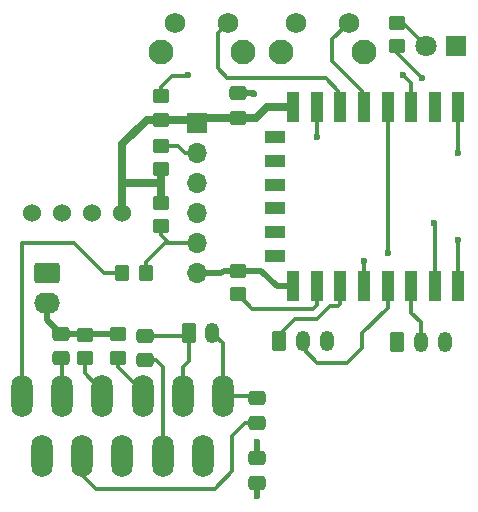
<source format=gbr>
%TF.GenerationSoftware,KiCad,Pcbnew,7.0.7-7.0.7~ubuntu22.04.1*%
%TF.CreationDate,2023-09-11T18:28:41+01:00*%
%TF.ProjectId,Blinder,426c696e-6465-4722-9e6b-696361645f70,rev?*%
%TF.SameCoordinates,Original*%
%TF.FileFunction,Copper,L1,Top*%
%TF.FilePolarity,Positive*%
%FSLAX46Y46*%
G04 Gerber Fmt 4.6, Leading zero omitted, Abs format (unit mm)*
G04 Created by KiCad (PCBNEW 7.0.7-7.0.7~ubuntu22.04.1) date 2023-09-11 18:28:41*
%MOMM*%
%LPD*%
G01*
G04 APERTURE LIST*
G04 Aperture macros list*
%AMRoundRect*
0 Rectangle with rounded corners*
0 $1 Rounding radius*
0 $2 $3 $4 $5 $6 $7 $8 $9 X,Y pos of 4 corners*
0 Add a 4 corners polygon primitive as box body*
4,1,4,$2,$3,$4,$5,$6,$7,$8,$9,$2,$3,0*
0 Add four circle primitives for the rounded corners*
1,1,$1+$1,$2,$3*
1,1,$1+$1,$4,$5*
1,1,$1+$1,$6,$7*
1,1,$1+$1,$8,$9*
0 Add four rect primitives between the rounded corners*
20,1,$1+$1,$2,$3,$4,$5,0*
20,1,$1+$1,$4,$5,$6,$7,0*
20,1,$1+$1,$6,$7,$8,$9,0*
20,1,$1+$1,$8,$9,$2,$3,0*%
G04 Aperture macros list end*
%TA.AperFunction,ComponentPad*%
%ADD10R,1.800000X1.800000*%
%TD*%
%TA.AperFunction,ComponentPad*%
%ADD11C,1.800000*%
%TD*%
%TA.AperFunction,SMDPad,CuDef*%
%ADD12R,1.000000X2.500000*%
%TD*%
%TA.AperFunction,SMDPad,CuDef*%
%ADD13R,1.800000X1.000000*%
%TD*%
%TA.AperFunction,ComponentPad*%
%ADD14O,1.800000X3.600000*%
%TD*%
%TA.AperFunction,ComponentPad*%
%ADD15RoundRect,0.250000X-0.350000X-0.625000X0.350000X-0.625000X0.350000X0.625000X-0.350000X0.625000X0*%
%TD*%
%TA.AperFunction,ComponentPad*%
%ADD16O,1.200000X1.750000*%
%TD*%
%TA.AperFunction,ComponentPad*%
%ADD17C,2.100000*%
%TD*%
%TA.AperFunction,ComponentPad*%
%ADD18C,1.750000*%
%TD*%
%TA.AperFunction,SMDPad,CuDef*%
%ADD19RoundRect,0.250000X0.450000X-0.350000X0.450000X0.350000X-0.450000X0.350000X-0.450000X-0.350000X0*%
%TD*%
%TA.AperFunction,SMDPad,CuDef*%
%ADD20RoundRect,0.250000X-0.475000X0.337500X-0.475000X-0.337500X0.475000X-0.337500X0.475000X0.337500X0*%
%TD*%
%TA.AperFunction,ComponentPad*%
%ADD21O,1.700000X1.700000*%
%TD*%
%TA.AperFunction,ComponentPad*%
%ADD22R,1.700000X1.700000*%
%TD*%
%TA.AperFunction,SMDPad,CuDef*%
%ADD23RoundRect,0.250000X0.475000X-0.337500X0.475000X0.337500X-0.475000X0.337500X-0.475000X-0.337500X0*%
%TD*%
%TA.AperFunction,ComponentPad*%
%ADD24O,2.190000X1.740000*%
%TD*%
%TA.AperFunction,ComponentPad*%
%ADD25RoundRect,0.250000X-0.845000X0.620000X-0.845000X-0.620000X0.845000X-0.620000X0.845000X0.620000X0*%
%TD*%
%TA.AperFunction,SMDPad,CuDef*%
%ADD26RoundRect,0.250000X-0.450000X0.350000X-0.450000X-0.350000X0.450000X-0.350000X0.450000X0.350000X0*%
%TD*%
%TA.AperFunction,ComponentPad*%
%ADD27C,1.524000*%
%TD*%
%TA.AperFunction,SMDPad,CuDef*%
%ADD28RoundRect,0.250000X0.350000X0.450000X-0.350000X0.450000X-0.350000X-0.450000X0.350000X-0.450000X0*%
%TD*%
%TA.AperFunction,ViaPad*%
%ADD29C,0.600000*%
%TD*%
%TA.AperFunction,Conductor*%
%ADD30C,0.300000*%
%TD*%
%TA.AperFunction,Conductor*%
%ADD31C,0.200000*%
%TD*%
%TA.AperFunction,Conductor*%
%ADD32C,0.700000*%
%TD*%
%TA.AperFunction,Conductor*%
%ADD33C,0.500000*%
%TD*%
G04 APERTURE END LIST*
D10*
%TO.P,D1,1,K*%
%TO.N,GND*%
X74000000Y-24000000D03*
D11*
%TO.P,D1,2,A*%
%TO.N,Net-(D1-A)*%
X71460000Y-24000000D03*
%TD*%
D12*
%TO.P,U2,22,GPIO1/TXD*%
%TO.N,/RXD*%
X74168000Y-44323000D03*
%TO.P,U2,21,GPIO3/RXD*%
%TO.N,/TXD*%
X72168000Y-44323000D03*
%TO.P,U2,20,GPIO5*%
%TO.N,/GO UP*%
X70168000Y-44323000D03*
%TO.P,U2,19,GPIO4*%
%TO.N,/GO DOWN*%
X68168000Y-44323000D03*
%TO.P,U2,18,GPIO0*%
%TO.N,Net-(IC1-ENABLE)*%
X66168000Y-44323000D03*
%TO.P,U2,17,GPIO2*%
%TO.N,/~{CLOSED}*%
X64168000Y-44323000D03*
%TO.P,U2,16,GPIO15*%
%TO.N,Net-(U2-GPIO15)*%
X62168000Y-44323000D03*
%TO.P,U2,15,GND*%
%TO.N,GND*%
X60168000Y-44323000D03*
D13*
%TO.P,U2,14,SCLK*%
%TO.N,unconnected-(U2-SCLK-Pad14)*%
X58668000Y-41723000D03*
%TO.P,U2,13,MOSI*%
%TO.N,unconnected-(U2-MOSI-Pad13)*%
X58668000Y-39723000D03*
%TO.P,U2,12,GPIO10*%
%TO.N,unconnected-(U2-GPIO10-Pad12)*%
X58668000Y-37723000D03*
%TO.P,U2,11,GPIO9*%
%TO.N,unconnected-(U2-GPIO9-Pad11)*%
X58668000Y-35723000D03*
%TO.P,U2,10,MISO*%
%TO.N,unconnected-(U2-MISO-Pad10)*%
X58668000Y-33723000D03*
%TO.P,U2,9,CS0*%
%TO.N,unconnected-(U2-CS0-Pad9)*%
X58668000Y-31723000D03*
D12*
%TO.P,U2,8,VCC*%
%TO.N,/3V3*%
X60168000Y-29123000D03*
%TO.P,U2,7,GPIO13*%
%TO.N,Net-(U2-GPIO13)*%
X62168000Y-29123000D03*
%TO.P,U2,6,GPIO12*%
%TO.N,Net-(U2-GPIO12)*%
X64168000Y-29123000D03*
%TO.P,U2,5,GPIO14*%
%TO.N,Net-(U2-GPIO14)*%
X66168000Y-29123000D03*
%TO.P,U2,4,GPIO16*%
%TO.N,/~{OPEN}*%
X68168000Y-29123000D03*
%TO.P,U2,3,EN*%
%TO.N,Net-(U2-EN)*%
X70168000Y-29123000D03*
%TO.P,U2,2,ADC*%
%TO.N,unconnected-(U2-ADC-Pad2)*%
X72168000Y-29123000D03*
%TO.P,U2,1,~{RST}*%
%TO.N,/RTS*%
X74168000Y-29123000D03*
%TD*%
D14*
%TO.P,IC1,11,ENABLE*%
%TO.N,Net-(IC1-ENABLE)*%
X37220000Y-53650000D03*
%TO.P,IC1,10,SENSE*%
%TO.N,GND*%
X38920000Y-58730000D03*
%TO.P,IC1,9,VREF*%
%TO.N,Net-(IC1-VREF)*%
X40620000Y-53650000D03*
%TO.P,IC1,8,CBOOT2*%
%TO.N,Net-(IC1-CBOOT2)*%
X42320000Y-58730000D03*
%TO.P,IC1,7,IN2*%
%TO.N,Net-(IC1-IN2)*%
X44020000Y-53650000D03*
%TO.P,IC1,6*%
%TO.N,GND*%
X45720000Y-58730000D03*
%TO.P,IC1,5,IN1*%
%TO.N,Net-(IC1-IN1)*%
X47420000Y-53650000D03*
%TO.P,IC1,4,CBOOT1*%
%TO.N,Net-(IC1-CBOOT1)*%
X49120000Y-58730000D03*
%TO.P,IC1,3,OUT1*%
%TO.N,Net-(IC1-OUT1)*%
X50820000Y-53650000D03*
%TO.P,IC1,2*%
%TO.N,/12V*%
X52520000Y-58730000D03*
%TO.P,IC1,1,OUT2*%
%TO.N,Net-(IC1-OUT2)*%
X54220000Y-53650000D03*
%TD*%
D15*
%TO.P,J5,1,Pin_1*%
%TO.N,Net-(IC1-OUT1)*%
X51340000Y-48260000D03*
D16*
%TO.P,J5,2,Pin_2*%
%TO.N,Net-(IC1-OUT2)*%
X53340000Y-48260000D03*
%TD*%
D17*
%TO.P,SW2,*%
%TO.N,*%
X48950000Y-24490000D03*
X55960000Y-24490000D03*
D18*
%TO.P,SW2,1,1*%
%TO.N,GND*%
X50200000Y-22000000D03*
%TO.P,SW2,2,2*%
%TO.N,Net-(U2-GPIO12)*%
X54700000Y-22000000D03*
%TD*%
D19*
%TO.P,R8,2*%
%TO.N,GND*%
X42545000Y-48419000D03*
%TO.P,R8,1*%
%TO.N,Net-(IC1-IN2)*%
X42545000Y-50419000D03*
%TD*%
D20*
%TO.P,C5,1*%
%TO.N,Net-(IC1-OUT2)*%
X57150000Y-53805000D03*
%TO.P,C5,2*%
%TO.N,Net-(IC1-CBOOT2)*%
X57150000Y-55880000D03*
%TD*%
D16*
%TO.P,J3,3,Pin_3*%
%TO.N,Net-(IC1-IN1)*%
X63000000Y-48980000D03*
%TO.P,J3,2,Pin_2*%
%TO.N,/GO DOWN*%
X61000000Y-48980000D03*
D15*
%TO.P,J3,1,Pin_1*%
%TO.N,/~{CLOSED}*%
X59000000Y-48980000D03*
%TD*%
D19*
%TO.P,R1,2*%
%TO.N,/RTS*%
X49022000Y-32417000D03*
%TO.P,R1,1*%
%TO.N,/3V3*%
X49022000Y-34417000D03*
%TD*%
D21*
%TO.P,J2,6,Pin_6*%
%TO.N,GND*%
X52000000Y-43180000D03*
%TO.P,J2,5,Pin_5*%
%TO.N,/DTR*%
X52000000Y-40640000D03*
%TO.P,J2,4,Pin_4*%
%TO.N,/RXD*%
X52000000Y-38100000D03*
%TO.P,J2,3,Pin_3*%
%TO.N,/TXD*%
X52000000Y-35560000D03*
%TO.P,J2,2,Pin_2*%
%TO.N,/RTS*%
X52000000Y-33020000D03*
D22*
%TO.P,J2,1,Pin_1*%
%TO.N,/3V3*%
X52000000Y-30480000D03*
%TD*%
D23*
%TO.P,C2,1*%
%TO.N,Net-(IC1-VREF)*%
X40513000Y-50419000D03*
%TO.P,C2,2*%
%TO.N,GND*%
X40513000Y-48344000D03*
%TD*%
D16*
%TO.P,J4,3,Pin_3*%
%TO.N,Net-(IC1-IN2)*%
X73000000Y-49000000D03*
%TO.P,J4,2,Pin_2*%
%TO.N,/GO UP*%
X71000000Y-49000000D03*
D15*
%TO.P,J4,1,Pin_1*%
%TO.N,/~{OPEN}*%
X69000000Y-49000000D03*
%TD*%
D24*
%TO.P,J1,2,Pin_2*%
%TO.N,GND*%
X39370000Y-45720000D03*
D25*
%TO.P,J1,1,Pin_1*%
%TO.N,/12V*%
X39370000Y-43180000D03*
%TD*%
D26*
%TO.P,R3,2*%
%TO.N,/DTR*%
X49022000Y-39243000D03*
%TO.P,R3,1*%
%TO.N,/3V3*%
X49022000Y-37243000D03*
%TD*%
D27*
%TO.P,U1,1,EN*%
%TO.N,unconnected-(U1-EN-Pad1)*%
X38100000Y-38100000D03*
%TO.P,U1,2,IN+*%
%TO.N,/12V*%
X40640000Y-38100000D03*
%TO.P,U1,3,GND*%
%TO.N,GND*%
X43180000Y-38100000D03*
%TO.P,U1,4,VO+*%
%TO.N,/3V3*%
X45720000Y-38100000D03*
%TD*%
D23*
%TO.P,C1,1*%
%TO.N,/3V3*%
X55500000Y-30075000D03*
%TO.P,C1,2*%
%TO.N,GND*%
X55500000Y-28000000D03*
%TD*%
D19*
%TO.P,R2,2*%
%TO.N,Net-(U2-EN)*%
X49000000Y-28210000D03*
%TO.P,R2,1*%
%TO.N,/3V3*%
X49000000Y-30210000D03*
%TD*%
D23*
%TO.P,C4,1*%
%TO.N,Net-(IC1-CBOOT1)*%
X47625000Y-50567500D03*
%TO.P,C4,2*%
%TO.N,Net-(IC1-OUT1)*%
X47625000Y-48492500D03*
%TD*%
D20*
%TO.P,C3,1*%
%TO.N,/12V*%
X57150000Y-58885000D03*
%TO.P,C3,2*%
%TO.N,GND*%
X57150000Y-60960000D03*
%TD*%
D19*
%TO.P,R5,1*%
%TO.N,Net-(U2-GPIO15)*%
X55500000Y-45000000D03*
%TO.P,R5,2*%
%TO.N,GND*%
X55500000Y-43000000D03*
%TD*%
D28*
%TO.P,R4,1*%
%TO.N,/DTR*%
X47720000Y-43180000D03*
%TO.P,R4,2*%
%TO.N,Net-(IC1-ENABLE)*%
X45720000Y-43180000D03*
%TD*%
D19*
%TO.P,R7,2*%
%TO.N,GND*%
X45339000Y-48403000D03*
%TO.P,R7,1*%
%TO.N,Net-(IC1-IN1)*%
X45339000Y-50403000D03*
%TD*%
%TO.P,R6,2*%
%TO.N,Net-(D1-A)*%
X69000000Y-22000000D03*
%TO.P,R6,1*%
%TO.N,Net-(U2-GPIO13)*%
X69000000Y-24000000D03*
%TD*%
D18*
%TO.P,SW1,2,2*%
%TO.N,Net-(U2-GPIO14)*%
X64894220Y-22001721D03*
%TO.P,SW1,1,1*%
%TO.N,GND*%
X60394220Y-22001721D03*
D17*
%TO.P,SW1,*%
%TO.N,*%
X66154220Y-24491721D03*
X59144220Y-24491721D03*
%TD*%
D29*
%TO.N,Net-(U2-GPIO13)*%
X71120000Y-26670000D03*
X62168000Y-31688000D03*
%TO.N,Net-(U2-EN)*%
X51308000Y-26416000D03*
X69469000Y-26451500D03*
%TO.N,/RTS*%
X74168000Y-33020000D03*
%TO.N,Net-(IC1-ENABLE)*%
X66167000Y-42164000D03*
%TO.N,/TXD*%
X72136000Y-38989000D03*
%TO.N,/RXD*%
X74168000Y-40386000D03*
%TO.N,GND*%
X56896000Y-28067000D03*
%TO.N,/~{OPEN}*%
X68199000Y-41529000D03*
%TO.N,/12V*%
X57150000Y-57531000D03*
%TO.N,GND*%
X57150000Y-62103000D03*
%TD*%
D30*
%TO.N,Net-(U2-GPIO14)*%
X63500000Y-25273000D02*
X63500000Y-23395941D01*
X66000000Y-27773000D02*
X63500000Y-25273000D01*
X66000000Y-29250000D02*
X66000000Y-27773000D01*
X63500000Y-23395941D02*
X64894220Y-22001721D01*
%TO.N,Net-(U2-GPIO12)*%
X53825001Y-25885001D02*
X54610000Y-26670000D01*
X53825001Y-22874999D02*
X53825001Y-25885001D01*
X54700000Y-22000000D02*
X53825001Y-22874999D01*
X62920000Y-26670000D02*
X64000000Y-27750000D01*
X54610000Y-26670000D02*
X62920000Y-26670000D01*
%TO.N,Net-(U2-GPIO13)*%
X71120000Y-26670000D02*
X69000000Y-24550000D01*
X69000000Y-24550000D02*
X69000000Y-24000000D01*
X62168000Y-29123000D02*
X62168000Y-31688000D01*
X62230000Y-31750000D02*
X62168000Y-31688000D01*
%TO.N,Net-(D1-A)*%
X69000000Y-22000000D02*
X69460000Y-22000000D01*
X69460000Y-22000000D02*
X71460000Y-24000000D01*
%TO.N,/GO DOWN*%
X68168000Y-44323000D02*
X68168000Y-46132000D01*
X66040000Y-48260000D02*
X66040000Y-49530000D01*
X68168000Y-46132000D02*
X66040000Y-48260000D01*
X66040000Y-49530000D02*
X64770000Y-50800000D01*
X62230000Y-50800000D02*
X61000000Y-49570000D01*
X64770000Y-50800000D02*
X62230000Y-50800000D01*
X61000000Y-49570000D02*
X61000000Y-48980000D01*
%TO.N,/~{CLOSED}*%
X64168000Y-44323000D02*
X64168000Y-45832000D01*
X64168000Y-45832000D02*
X64000000Y-46000000D01*
X64000000Y-46000000D02*
X63272894Y-46000000D01*
X63272894Y-46000000D02*
X62155894Y-47117000D01*
X59000000Y-48442000D02*
X59000000Y-48980000D01*
X62155894Y-47117000D02*
X60325000Y-47117000D01*
X60325000Y-47117000D02*
X59000000Y-48442000D01*
%TO.N,Net-(U2-EN)*%
X70168000Y-29123000D02*
X70168000Y-27150500D01*
X70168000Y-27150500D02*
X69469000Y-26451500D01*
%TO.N,Net-(IC1-CBOOT2)*%
X57150000Y-55880000D02*
X56120000Y-55880000D01*
X56120000Y-55880000D02*
X55000000Y-57000000D01*
X55000000Y-57000000D02*
X55000000Y-60000000D01*
X42320000Y-60320000D02*
X42320000Y-58730000D01*
X55000000Y-60000000D02*
X53532000Y-61468000D01*
X53532000Y-61468000D02*
X43468000Y-61468000D01*
X43468000Y-61468000D02*
X42320000Y-60320000D01*
%TO.N,Net-(IC1-CBOOT1)*%
X47625000Y-50567500D02*
X48567500Y-50567500D01*
X48567500Y-50567500D02*
X49120000Y-51120000D01*
X49120000Y-51120000D02*
X49120000Y-58730000D01*
%TO.N,Net-(IC1-OUT1)*%
X51340000Y-48260000D02*
X51340000Y-50660000D01*
X51340000Y-50660000D02*
X50820000Y-51180000D01*
X50820000Y-51180000D02*
X50820000Y-53650000D01*
%TO.N,Net-(IC1-IN1)*%
X45339000Y-50403000D02*
X45339000Y-51181000D01*
X45339000Y-51181000D02*
X47420000Y-53262000D01*
X47420000Y-53262000D02*
X47420000Y-53650000D01*
D31*
%TO.N,Net-(IC1-VREF)*%
X40513000Y-50419000D02*
X40620000Y-50526000D01*
D30*
X40620000Y-50526000D02*
X40620000Y-53650000D01*
%TO.N,Net-(IC1-ENABLE)*%
X45720000Y-43180000D02*
X44180000Y-43180000D01*
X44180000Y-43180000D02*
X41640000Y-40640000D01*
X41640000Y-40640000D02*
X37211000Y-40640000D01*
X37211000Y-40640000D02*
X37220000Y-40649000D01*
X37220000Y-40649000D02*
X37220000Y-53650000D01*
%TO.N,/DTR*%
X52000000Y-40640000D02*
X49310000Y-40640000D01*
X49310000Y-40640000D02*
X47720000Y-42230000D01*
X47720000Y-42230000D02*
X47720000Y-43180000D01*
X49022000Y-39243000D02*
X49000000Y-39265000D01*
X49000000Y-39265000D02*
X49000000Y-40000000D01*
X49000000Y-40000000D02*
X49640000Y-40640000D01*
X49640000Y-40640000D02*
X52000000Y-40640000D01*
%TO.N,Net-(U2-GPIO12)*%
X64000000Y-27750000D02*
X64000000Y-29250000D01*
D32*
%TO.N,/3V3*%
X55524000Y-30099000D02*
X57000000Y-30099000D01*
X60168000Y-29123000D02*
X57976000Y-29123000D01*
X57976000Y-29123000D02*
X57000000Y-30099000D01*
X55500000Y-30075000D02*
X52405000Y-30075000D01*
X52405000Y-30075000D02*
X52000000Y-30480000D01*
X49000000Y-30210000D02*
X51730000Y-30210000D01*
X51730000Y-30210000D02*
X52000000Y-30480000D01*
X49000000Y-30210000D02*
X47790000Y-30210000D01*
X47790000Y-30210000D02*
X45720000Y-32280000D01*
X45720000Y-32280000D02*
X45720000Y-35687000D01*
D30*
%TO.N,/RTS*%
X49022000Y-32417000D02*
X50417000Y-32417000D01*
X50417000Y-32417000D02*
X51020000Y-33020000D01*
X51020000Y-33020000D02*
X52000000Y-33020000D01*
D32*
%TO.N,/3V3*%
X49000000Y-35560000D02*
X49000000Y-37221000D01*
X49000000Y-37221000D02*
X49022000Y-37243000D01*
X49000000Y-35560000D02*
X49000000Y-34439000D01*
X49000000Y-34439000D02*
X49022000Y-34417000D01*
D30*
%TO.N,Net-(U2-EN)*%
X51181000Y-26543000D02*
X49911000Y-26543000D01*
X49911000Y-26543000D02*
X49000000Y-27454000D01*
X51308000Y-26416000D02*
X51181000Y-26543000D01*
X49000000Y-27454000D02*
X49000000Y-28210000D01*
D33*
%TO.N,GND*%
X42545000Y-48419000D02*
X42470000Y-48344000D01*
X42470000Y-48344000D02*
X40513000Y-48344000D01*
D30*
%TO.N,/RTS*%
X74168000Y-29123000D02*
X74168000Y-33020000D01*
%TO.N,Net-(IC1-ENABLE)*%
X66168000Y-44323000D02*
X66168000Y-42165000D01*
X66168000Y-42165000D02*
X66167000Y-42164000D01*
%TO.N,/TXD*%
X72168000Y-39021000D02*
X72136000Y-38989000D01*
X72168000Y-44323000D02*
X72168000Y-39021000D01*
%TO.N,/RXD*%
X74168000Y-44323000D02*
X74168000Y-40386000D01*
%TO.N,/~{OPEN}*%
X68199000Y-41529000D02*
X68168000Y-41498000D01*
X68168000Y-41498000D02*
X68168000Y-29123000D01*
%TO.N,Net-(U2-GPIO15)*%
X62168000Y-45909000D02*
X61849000Y-46228000D01*
X62168000Y-44323000D02*
X62168000Y-45909000D01*
X61849000Y-46228000D02*
X56728000Y-46228000D01*
X56728000Y-46228000D02*
X55500000Y-45000000D01*
D33*
%TO.N,GND*%
X55500000Y-43000000D02*
X57478000Y-43000000D01*
X57478000Y-43000000D02*
X58801000Y-44323000D01*
X58801000Y-44323000D02*
X60168000Y-44323000D01*
X54282000Y-43000000D02*
X54102000Y-43180000D01*
X55500000Y-43000000D02*
X54282000Y-43000000D01*
X54102000Y-43180000D02*
X52000000Y-43180000D01*
X40513000Y-48344000D02*
X39370000Y-47201000D01*
X39370000Y-47201000D02*
X39370000Y-45720000D01*
X45339000Y-48403000D02*
X42561000Y-48403000D01*
X42561000Y-48403000D02*
X42545000Y-48419000D01*
X56829000Y-28000000D02*
X56896000Y-28067000D01*
X55500000Y-28000000D02*
X56829000Y-28000000D01*
D30*
%TO.N,/GO UP*%
X70168000Y-44323000D02*
X70168000Y-46546000D01*
X70168000Y-46546000D02*
X71000000Y-47378000D01*
X71000000Y-47378000D02*
X71000000Y-49000000D01*
%TO.N,Net-(IC1-IN2)*%
X42545000Y-50419000D02*
X42545000Y-51689000D01*
X42545000Y-51689000D02*
X44020000Y-53164000D01*
X44020000Y-53164000D02*
X44020000Y-53650000D01*
D33*
%TO.N,/12V*%
X57150000Y-58885000D02*
X57150000Y-57531000D01*
D30*
%TO.N,Net-(IC1-OUT2)*%
X53340000Y-48260000D02*
X54229000Y-49149000D01*
X54229000Y-49149000D02*
X54220000Y-49158000D01*
X54220000Y-49158000D02*
X54220000Y-53650000D01*
X57150000Y-53805000D02*
X56995000Y-53650000D01*
X56995000Y-53650000D02*
X54220000Y-53650000D01*
%TO.N,Net-(IC1-OUT1)*%
X47625000Y-48492500D02*
X51107500Y-48492500D01*
X51107500Y-48492500D02*
X51340000Y-48260000D01*
D33*
%TO.N,GND*%
X57150000Y-60960000D02*
X57150000Y-62103000D01*
D32*
%TO.N,/3V3*%
X55500000Y-30075000D02*
X55524000Y-30099000D01*
X45720000Y-35687000D02*
X45720000Y-38100000D01*
X49000000Y-35560000D02*
X45847000Y-35560000D01*
X45847000Y-35560000D02*
X45720000Y-35687000D01*
%TD*%
M02*

</source>
